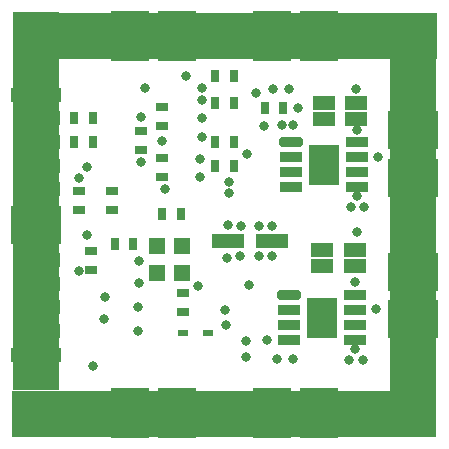
<source format=gts>
%FSLAX24Y24*%
%MOIN*%
G70*
G01*
G75*
G04 Layer_Color=8388736*
%ADD10R,0.0280X0.0159*%
%ADD11R,0.0450X0.0450*%
%ADD12R,0.0315X0.0236*%
%ADD13R,0.0236X0.0315*%
%ADD14R,0.0689X0.0433*%
%ADD15R,0.0689X0.0256*%
G04:AMPARAMS|DCode=16|XSize=68.9mil|YSize=25.6mil|CornerRadius=0mil|HoleSize=0mil|Usage=FLASHONLY|Rotation=0.000|XOffset=0mil|YOffset=0mil|HoleType=Round|Shape=Octagon|*
%AMOCTAGOND16*
4,1,8,0.0344,-0.0064,0.0344,0.0064,0.0281,0.0128,-0.0281,0.0128,-0.0344,0.0064,-0.0344,-0.0064,-0.0281,-0.0128,0.0281,-0.0128,0.0344,-0.0064,0.0*
%
%ADD16OCTAGOND16*%

%ADD17R,0.0950X0.1300*%
%ADD18R,0.0984X0.0394*%
%ADD19C,0.0100*%
%ADD20C,0.0197*%
%ADD21C,0.0256*%
%ADD22C,0.0787*%
%ADD23C,0.0315*%
%ADD24R,0.0400X0.0850*%
%ADD25R,0.0550X0.0150*%
%ADD26R,0.1000X0.0300*%
%ADD27R,0.0950X0.0700*%
%ADD28R,0.0600X0.0700*%
%ADD29R,0.1575X0.0394*%
%ADD30R,0.1181X0.0394*%
%ADD31R,0.1575X0.1181*%
%ADD32R,0.1181X0.1575*%
%ADD33C,0.0220*%
%ADD34C,0.0250*%
G04:AMPARAMS|DCode=35|XSize=59.1mil|YSize=26.7mil|CornerRadius=0mil|HoleSize=0mil|Usage=FLASHONLY|Rotation=0.000|XOffset=0mil|YOffset=0mil|HoleType=Round|Shape=Octagon|*
%AMOCTAGOND35*
4,1,8,0.0295,-0.0067,0.0295,0.0067,0.0229,0.0133,-0.0229,0.0133,-0.0295,0.0067,-0.0295,-0.0067,-0.0229,-0.0133,0.0229,-0.0133,0.0295,-0.0067,0.0*
%
%ADD35OCTAGOND35*%

%ADD36R,0.0591X0.0267*%
%ADD37R,0.1102X0.0276*%
%ADD38R,0.1063X0.0315*%
%ADD39R,0.1102X0.0236*%
%ADD40R,0.1102X0.0197*%
%ADD41R,0.1142X0.0315*%
%ADD42R,0.1181X0.0354*%
%ADD43R,0.1142X0.0394*%
%ADD44C,0.0050*%
%ADD45C,0.0060*%
%ADD46C,0.0075*%
%ADD47R,0.1575X1.2598*%
%ADD48R,1.2598X0.1575*%
%ADD49R,1.2598X0.1575*%
%ADD50R,0.1575X1.2598*%
%ADD51R,0.0360X0.0239*%
%ADD52R,0.0530X0.0530*%
%ADD53R,0.0395X0.0316*%
%ADD54R,0.0316X0.0395*%
%ADD55R,0.0769X0.0513*%
%ADD56R,0.0769X0.0336*%
G04:AMPARAMS|DCode=57|XSize=76.9mil|YSize=33.6mil|CornerRadius=0mil|HoleSize=0mil|Usage=FLASHONLY|Rotation=0.000|XOffset=0mil|YOffset=0mil|HoleType=Round|Shape=Octagon|*
%AMOCTAGOND57*
4,1,8,0.0384,-0.0084,0.0384,0.0084,0.0301,0.0168,-0.0301,0.0168,-0.0384,0.0084,-0.0384,-0.0084,-0.0301,-0.0168,0.0301,-0.0168,0.0384,-0.0084,0.0*
%
%ADD57OCTAGOND57*%

%ADD58R,0.1030X0.1380*%
%ADD59R,0.1064X0.0474*%
%ADD60R,0.0080X0.0080*%
%ADD61R,0.1655X0.0474*%
%ADD62R,0.1261X0.0474*%
%ADD63R,0.1655X0.1261*%
%ADD64R,0.1261X0.1655*%
%ADD65C,0.0300*%
%ADD66C,0.0330*%
D47*
X90980Y63965D02*
D03*
D48*
X96491Y56878D02*
D03*
D49*
X98066Y69477D02*
D03*
D50*
X103578Y62390D02*
D03*
D51*
X95898Y59557D02*
D03*
X96720D02*
D03*
D52*
X95020Y61587D02*
D03*
Y62487D02*
D03*
X95876Y62468D02*
D03*
Y61568D02*
D03*
D53*
X95880Y60263D02*
D03*
Y60893D02*
D03*
X95180Y66463D02*
D03*
Y67093D02*
D03*
X94480Y65663D02*
D03*
Y66293D02*
D03*
X95180Y65393D02*
D03*
Y64763D02*
D03*
X93543Y63681D02*
D03*
Y64311D02*
D03*
X92830Y62290D02*
D03*
Y61660D02*
D03*
X92430Y63663D02*
D03*
Y64293D02*
D03*
D54*
X93615Y62528D02*
D03*
X94244D02*
D03*
X92265Y65928D02*
D03*
X92894D02*
D03*
X92265Y66728D02*
D03*
X92894D02*
D03*
X98615Y67078D02*
D03*
X99244D02*
D03*
X96965Y65128D02*
D03*
X97594D02*
D03*
X96965Y68128D02*
D03*
X97594D02*
D03*
Y65928D02*
D03*
X96965D02*
D03*
X97594Y67228D02*
D03*
X96965D02*
D03*
X95197Y63533D02*
D03*
X95827D02*
D03*
D55*
X100538Y62354D02*
D03*
X100534Y61802D02*
D03*
X101621D02*
D03*
Y62354D02*
D03*
X100588Y67254D02*
D03*
X100584Y66702D02*
D03*
X101671D02*
D03*
Y67254D02*
D03*
D56*
X101684Y64428D02*
D03*
Y64928D02*
D03*
Y65428D02*
D03*
Y65928D02*
D03*
X99480Y64428D02*
D03*
Y64928D02*
D03*
Y65428D02*
D03*
X101634Y59328D02*
D03*
Y59828D02*
D03*
Y60328D02*
D03*
Y60828D02*
D03*
X99430Y59328D02*
D03*
Y59828D02*
D03*
Y60328D02*
D03*
D57*
X99480Y65928D02*
D03*
X99430Y60828D02*
D03*
D58*
X100580Y65178D02*
D03*
X100530Y60078D02*
D03*
D59*
X97380Y62628D02*
D03*
X98876D02*
D03*
D60*
X103765Y69477D02*
D03*
X103775Y56878D02*
D03*
X91176D02*
D03*
Y69477D02*
D03*
X97476Y56888D02*
D03*
Y69467D02*
D03*
X103775Y63178D02*
D03*
X92751Y69467D02*
D03*
X102200D02*
D03*
X92751Y56878D02*
D03*
X102200Y56888D02*
D03*
X103765Y58453D02*
D03*
X103775Y67902D02*
D03*
D61*
X90980Y67508D02*
D03*
Y58847D02*
D03*
D62*
X91176Y66721D02*
D03*
Y65933D02*
D03*
Y65146D02*
D03*
Y64359D02*
D03*
Y61996D02*
D03*
Y61209D02*
D03*
Y60422D02*
D03*
Y59634D02*
D03*
D63*
X90980Y63178D02*
D03*
X103578Y61603D02*
D03*
X103568Y60028D02*
D03*
Y64752D02*
D03*
X103578Y66327D02*
D03*
D64*
X98854Y69477D02*
D03*
X94129Y69467D02*
D03*
X95704Y69477D02*
D03*
X100428D02*
D03*
X94129Y56888D02*
D03*
X95704D02*
D03*
X98854D02*
D03*
X100428D02*
D03*
D65*
X100330Y65178D02*
D03*
X100880D02*
D03*
Y64728D02*
D03*
X100330D02*
D03*
X100880Y65628D02*
D03*
X100330D02*
D03*
X100280Y60078D02*
D03*
X100830D02*
D03*
Y59628D02*
D03*
X100280D02*
D03*
X100830Y60528D02*
D03*
X100280D02*
D03*
D66*
X96407Y61132D02*
D03*
X96516Y66112D02*
D03*
X98032Y65522D02*
D03*
X96535Y66742D02*
D03*
X97413Y64588D02*
D03*
X97430Y64228D02*
D03*
X98002Y58780D02*
D03*
Y59291D02*
D03*
X99026Y58701D02*
D03*
X99577D02*
D03*
X98907Y67717D02*
D03*
X99419D02*
D03*
X99577Y66496D02*
D03*
X99183D02*
D03*
X95285Y64370D02*
D03*
X96530Y67328D02*
D03*
X96472Y65386D02*
D03*
X94630Y67728D02*
D03*
X96530D02*
D03*
X98330Y67578D02*
D03*
X95980Y68128D02*
D03*
X98580Y66478D02*
D03*
X95180Y65978D02*
D03*
X96465Y64763D02*
D03*
X94380Y59628D02*
D03*
Y60428D02*
D03*
X94430Y61978D02*
D03*
Y61228D02*
D03*
X92430Y64728D02*
D03*
X94480Y66778D02*
D03*
Y65278D02*
D03*
X97280Y60328D02*
D03*
X98680Y59328D02*
D03*
X97330Y59828D02*
D03*
X98080Y61178D02*
D03*
X98444Y62128D02*
D03*
X97780D02*
D03*
X97815Y63128D02*
D03*
X98444D02*
D03*
X101680Y64128D02*
D03*
X101930Y63778D02*
D03*
X101480D02*
D03*
X101630Y59028D02*
D03*
X101880Y58678D02*
D03*
X101430D02*
D03*
X98878Y63128D02*
D03*
X97380Y63176D02*
D03*
X97378Y62078D02*
D03*
X98878Y62128D02*
D03*
X102380Y65428D02*
D03*
X101680Y66328D02*
D03*
Y62928D02*
D03*
X101630Y61278D02*
D03*
X101671Y67720D02*
D03*
X99730Y67078D02*
D03*
X102330Y60378D02*
D03*
X92430Y61628D02*
D03*
X92894Y58474D02*
D03*
X92707Y65089D02*
D03*
X93297Y60778D02*
D03*
X93278Y60030D02*
D03*
X92687Y62844D02*
D03*
M02*

</source>
